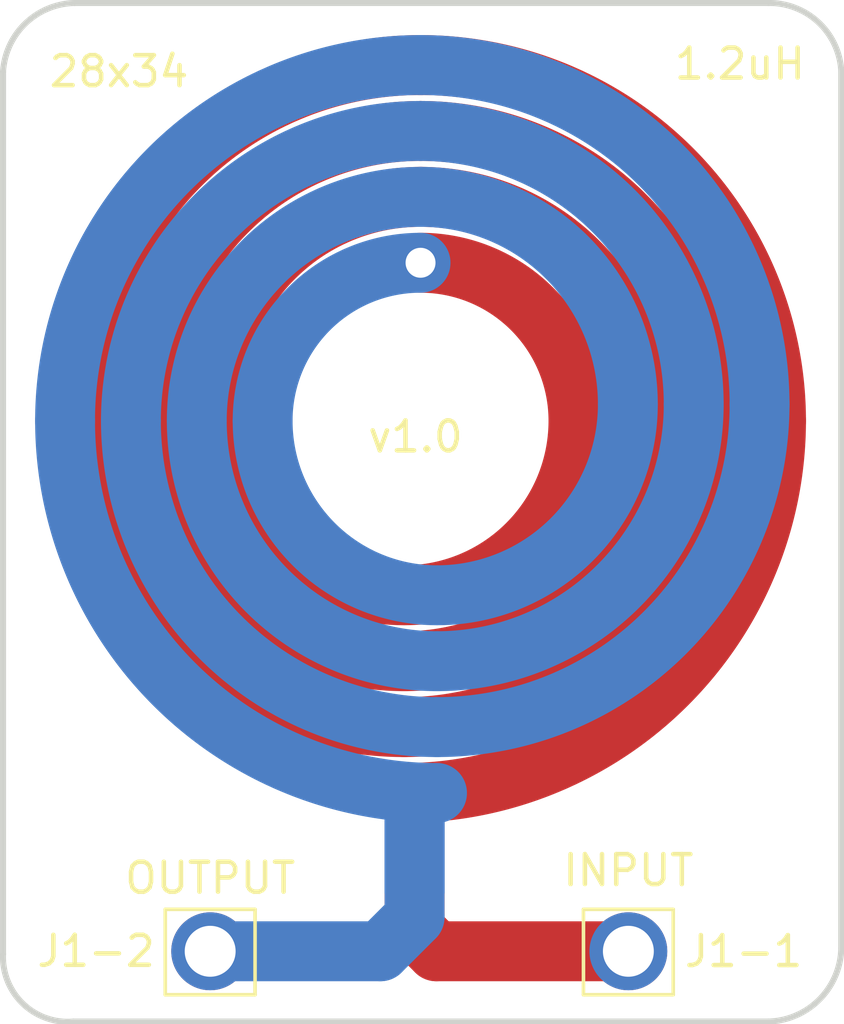
<source format=kicad_pcb>
(kicad_pcb (version 20211014) (generator pcbnew)
  (title_block (title "Q17 1.2uH inductor") (date "2023-05-05") (rev "1.0") (company "PCB design by Stef") (comment 1 "Zize: 35 x 39 mm") (comment 2 "To print in 2 oz."))
  (layers (0 "F.Cu" signal) (31 "B.Cu" signal) (34 "B.Paste" user) (35 "F.Paste" user) (36 "B.SilkS" user "B.Silkscreen") (37 "F.SilkS" user "F.Silkscreen") (38 "B.Mask" user) (39 "F.Mask" user) (44 "Edge.Cuts" user))
  (net 0 "")
  (net 1 "Net-(L1-Pad1)")
  (net 2 "Net-(L1-Pad2)")
  (footprint "Connector_Pin:Pin_D1.4mm_L8.5mm_W2.8mm_FlatFork" (layer "F.Cu") (at 113.03 114.458853)
    (fp_text reference "J1-2" (at -3.810001 -0.004554) (layer "F.SilkS"))
    (fp_text value "OUTPUT")
    (fp_line (start -1.5 1.45) (end 1.5 1.45) (layer "F.SilkS") (width 0.12))
    (fp_line (start -1.5 -1.4) (end -1.5 1.45) (layer "F.SilkS") (width 0.12))
    (fp_line (start 1.5 -1.4) (end 1.5 1.45) (layer "F.SilkS") (width 0.12))
    (fp_line (start -1.5 -1.4) (end 1.5 -1.4) (layer "F.SilkS") (width 0.12))
    (pad "1" thru_hole circle locked (at 0 0) (size 2.6 2.6) (drill 1.7) (layers *.Cu *.Mask) (net 2 "Net-(L1-Pad2)"))
  )
  (footprint "L:L_new" (layer "F.Cu") (at 120.057723 98.2 90)
    (fp_text reference "L1" hide)
    (fp_text value "1u2" hide)
    (fp_arc (start 1.45 7.475) (mid -4.224532 5.124532) (end -6.575 -0.55) (layer "F.Cu") (width 2))
    (fp_arc (start -4.375 -0.55) (mid -2.507806 -5.057806) (end 2 -6.925) (layer "F.Cu") (width 2))
    (fp_arc (start 2 -6.925) (mid 6.896714 -4.896714) (end 8.925 0) (layer "F.Cu") (width 2))
    (fp_arc (start 1.45 11.875) (mid -7.335802 8.235802) (end -10.975 -0.55) (layer "F.Cu") (width 2))
    (fp_arc (start 1.45 9.675) (mid -5.780167 6.680167) (end -8.775 -0.55) (layer "F.Cu") (width 2))
    (fp_arc (start -8.775 -0.55) (mid -5.619076 -8.169076) (end 2 -11.325) (layer "F.Cu") (width 2))
    (fp_arc (start 8.925 0) (mid 6.735623 5.285623) (end 1.45 7.475) (layer "F.Cu") (width 2))
    (fp_arc (start 13.325 0) (mid 9.846893 8.396893) (end 1.45 11.875) (layer "F.Cu") (width 2))
    (fp_arc (start 11.125 0) (mid 8.291258 6.841258) (end 1.45 9.675) (layer "F.Cu") (width 2))
    (fp_arc (start 2 -11.325) (mid 10.007984 -8.007984) (end 13.325 0) (layer "F.Cu") (width 2))
    (fp_arc (start 1.45 5.275) (mid -2.668897 3.568897) (end -4.375 -0.55) (layer "F.Cu") (width 2))
    (fp_arc (start 2 -9.125) (mid 8.452349 -6.452349) (end 11.125 0) (layer "F.Cu") (width 2))
    (fp_arc (start -6.575 -0.55) (mid -4.063441 -6.613441) (end 2 -9.125) (layer "F.Cu") (width 2))
    (fp_arc (start 6.725 0) (mid 5.179988 3.729988) (end 1.45 5.275) (layer "F.Cu") (width 2))
    (fp_arc (start -8.775 0.55) (mid -5.780167 -6.680167) (end 1.45 -9.675) (layer "B.Cu") (width 2))
    (fp_arc (start 2 11.325) (mid -5.619076 8.169076) (end -8.775 0.55) (layer "B.Cu") (width 2))
    (fp_arc (start 1.45 -7.475) (mid 6.735623 -5.285623) (end 8.925 0) (layer "B.Cu") (width 2))
    (fp_arc (start 1.45 -9.675) (mid 8.291258 -6.841258) (end 11.125 0) (layer "B.Cu") (width 2))
    (fp_arc (start 13.325 0) (mid 10.007984 8.007984) (end 2 11.325) (layer "B.Cu") (width 2))
    (fp_arc (start 11.125 0) (mid 8.452349 6.452349) (end 2 9.125) (layer "B.Cu") (width 2))
    (fp_arc (start 2 9.125) (mid -4.063441 6.613441) (end -6.575 0.55) (layer "B.Cu") (width 2))
    (fp_arc (start -4.375 0.55) (mid -2.668897 -3.568897) (end 1.45 -5.275) (layer "B.Cu") (width 2))
    (fp_arc (start 8.925 0) (mid 6.896714 4.896714) (end 2 6.925) (layer "B.Cu") (width 2))
    (fp_arc (start -10.975 0.55) (mid -7.335802 -8.235802) (end 1.45 -11.875) (layer "B.Cu") (width 2))
    (fp_arc (start 2 6.925) (mid -2.507806 5.057806) (end -4.375 0.55) (layer "B.Cu") (width 2))
    (fp_arc (start 1.45 -5.275) (mid 5.179988 -3.729988) (end 6.725 0) (layer "B.Cu") (width 2))
    (fp_arc (start 1.45 -11.875) (mid 9.846893 -8.396893) (end 13.325 0) (layer "B.Cu") (width 2))
    (fp_arc (start -6.575 0.55) (mid -4.224532 -5.124532) (end 1.45 -7.475) (layer "B.Cu") (width 2))
    (pad "1" smd rect (at -12.825 -0.199998 90) (size 3 2) (layers *.Mask "F.Cu" "F.Paste"))
    (pad "1" smd rect (at -12.825 -0.199998 90) (size 3 2) (layers *.Mask "F.Cu" "F.Paste"))
    (pad "1" smd rect (at -12.825 -0.199998 90) (size 3 2) (layers *.Mask "F.Cu" "F.Paste"))
    (pad "1" smd rect (at -12.825 -0.199998 90) (size 3 2) (layers *.Mask "F.Cu" "F.Paste"))
    (pad "2" smd rect (at -12.825 -0.199998 90) (size 3 2) (layers "B.Cu" "B.Paste" "B.Mask"))
    (pad "2" smd rect (at -12.825 -0.199998 90) (size 3 2) (layers "B.Cu" "B.Paste" "B.Mask"))
    (pad "2" smd rect (at -12.825 -0.199998 90) (size 3 2) (layers "B.Cu" "B.Paste" "B.Mask"))
    (pad "2" smd rect (at -12.825 -0.199998 90) (size 3 2) (layers "B.Cu" "B.Paste" "B.Mask"))
    (pad "lc" thru_hole circle locked (at 6.725 0 90) (size 1.6 1.6) (drill 1) (layers *.Cu *.Mask))
  )
  (footprint "Connector_Pin:Pin_D1.4mm_L8.5mm_W2.8mm_FlatFork" (layer "F.Cu") (at 127 114.458853)
    (fp_text reference "J1-1" (at 3.851417 0.004128) (layer "F.SilkS"))
    (fp_text value "INPUT")
    (fp_line (start -1.5 1.45) (end 1.5 1.45) (layer "F.SilkS") (width 0.12))
    (fp_line (start 1.5 -1.4) (end 1.5 1.45) (layer "F.SilkS") (width 0.12))
    (fp_line (start -1.5 -1.4) (end 1.5 -1.4) (layer "F.SilkS") (width 0.12))
    (fp_line (start -1.5 -1.4) (end -1.5 1.45) (layer "F.SilkS") (width 0.12))
    (pad "1" thru_hole circle locked (at 0 0) (size 2.6 2.6) (drill 1.7) (layers *.Cu *.Mask) (net 1 "Net-(L1-Pad1)"))
  )
  (gr_line (start 131.680803 82.803887) (end 108.502751 82.804) (layer "Edge.Cuts") (width 0.2))
  (gr_arc (start 106.111615 85.09) (mid 106.86236 83.481719) (end 108.502751 82.804) (layer "Edge.Cuts") (width 0.2))
  (gr_line (start 134.112 85.09) (end 134.112 114.350138) (layer "Edge.Cuts") (width 0.2))
  (gr_line (start 131.684251 116.803851) (end 108.458 116.80361) (layer "Edge.Cuts") (width 0.2))
  (gr_arc (start 134.112 114.350138) (mid 133.388153 116.061837) (end 131.684251 116.803851) (layer "Edge.Cuts") (width 0.2))
  (gr_arc (start 131.680803 82.803887) (mid 133.357835 83.456226) (end 134.112 85.09) (layer "Edge.Cuts") (width 0.2))
  (gr_arc (start 108.458 116.80361) (mid 106.77615 116.209221) (end 106.1112 114.554) (layer "Edge.Cuts") (width 0.2))
  (gr_line (start 106.111615 85.09) (end 106.1112 114.554) (layer "Edge.Cuts") (width 0.2))
  (gr_text "1.2uH" (at 130.725724 84.836) (layer "F.SilkS") (effects (font (size 1 1))))
  (gr_text "OUTPUT" (at 113.03 112.014) (layer "F.SilkS") (effects (font (size 1 1))))
  (gr_text "v1.0" (at 119.888 97.282) (layer "F.SilkS") (effects (font (size 1 1))))
  (gr_text "28x34" (at 109.982 85.09) (layer "F.SilkS") (effects (font (size 1 1))))
  (gr_text "INPUT" (at 127 111.76) (layer "F.SilkS") (effects (font (size 1 1))))
  (segment (start 120.58445 114.458853) (end 127 114.458853) (width 2) (layer "F.Cu") (net 1))
  (segment (start 119.857726 111.364186) (end 119.857726 113.732129) (width 2) (layer "F.Cu") (net 1))
  (segment (start 119.857726 113.732129) (end 120.58445 114.458853) (width 2) (layer "F.Cu") (net 1))
  (segment (start 118.717116 114.458853) (end 119.857726 113.318243) (width 2) (layer "B.Cu") (net 2))
  (segment (start 119.857726 113.318243) (end 119.857726 111.364186) (width 2) (layer "B.Cu") (net 2))
  (segment (start 113.03 114.458853) (end 118.717116 114.458853) (width 2) (layer "B.Cu") (net 2))
)
</source>
